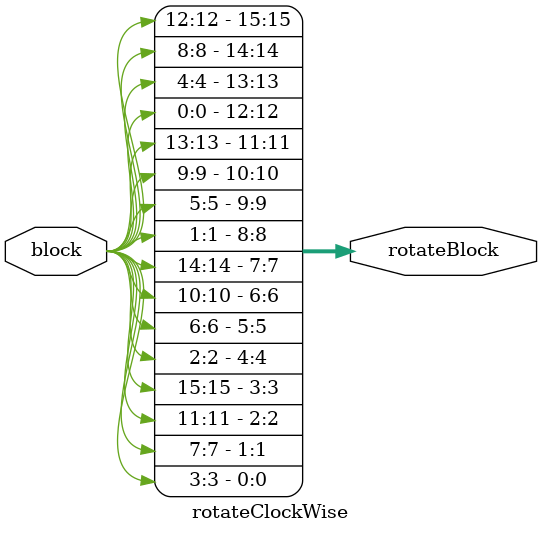
<source format=v>
module rotateClockWise(block, rotateBlock);

	input [0:15] block;
	output wire [0:15] rotateBlock;
	
	genvar x, y;
	generate
		for (y = 0; y < 4; y = y + 1) begin: rotateMatrixY
			for (x = 0; x < 4; x = x + 1) begin: rotateMatrixX
				assign rotateBlock[x * 4 + 3 - y] = block[y * 4 + x];
			end
		end
	endgenerate

endmodule

</source>
